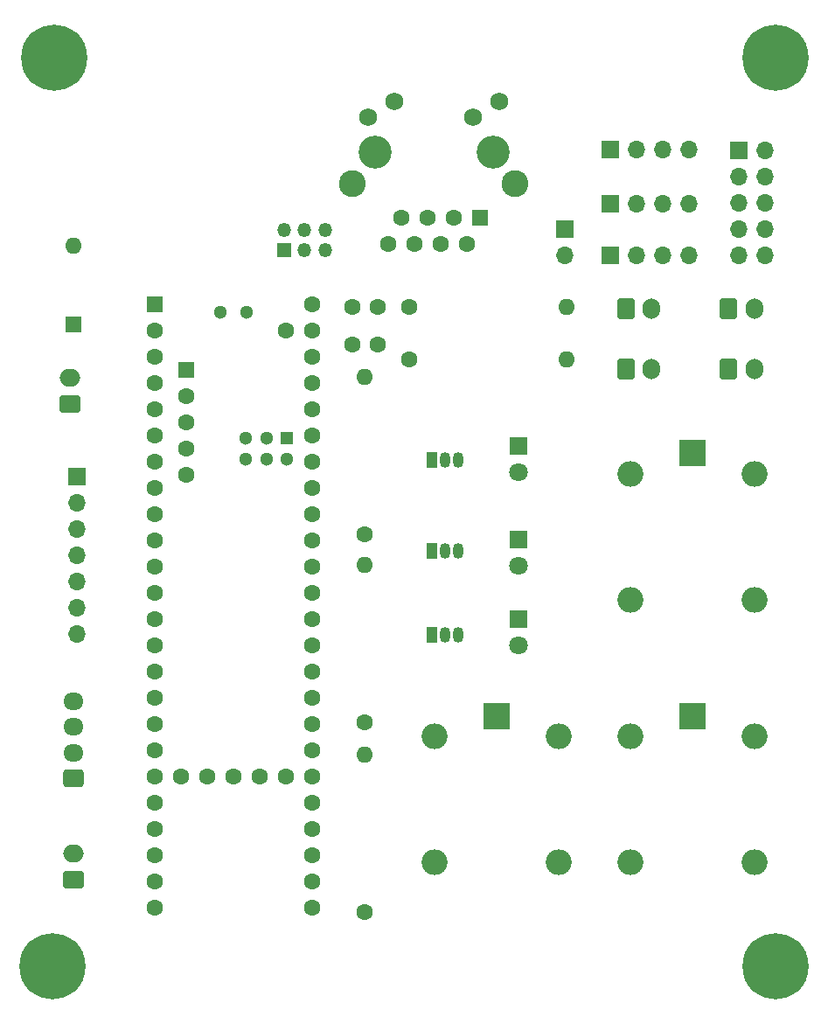
<source format=gts>
%TF.GenerationSoftware,KiCad,Pcbnew,8.0.1*%
%TF.CreationDate,2024-11-17T22:04:51-05:00*%
%TF.ProjectId,Main_4layer,4d61696e-5f34-46c6-9179-65722e6b6963,0*%
%TF.SameCoordinates,Original*%
%TF.FileFunction,Soldermask,Top*%
%TF.FilePolarity,Negative*%
%FSLAX46Y46*%
G04 Gerber Fmt 4.6, Leading zero omitted, Abs format (unit mm)*
G04 Created by KiCad (PCBNEW 8.0.1) date 2024-11-17 22:04:51*
%MOMM*%
%LPD*%
G01*
G04 APERTURE LIST*
G04 Aperture macros list*
%AMRoundRect*
0 Rectangle with rounded corners*
0 $1 Rounding radius*
0 $2 $3 $4 $5 $6 $7 $8 $9 X,Y pos of 4 corners*
0 Add a 4 corners polygon primitive as box body*
4,1,4,$2,$3,$4,$5,$6,$7,$8,$9,$2,$3,0*
0 Add four circle primitives for the rounded corners*
1,1,$1+$1,$2,$3*
1,1,$1+$1,$4,$5*
1,1,$1+$1,$6,$7*
1,1,$1+$1,$8,$9*
0 Add four rect primitives between the rounded corners*
20,1,$1+$1,$2,$3,$4,$5,0*
20,1,$1+$1,$4,$5,$6,$7,0*
20,1,$1+$1,$6,$7,$8,$9,0*
20,1,$1+$1,$8,$9,$2,$3,0*%
G04 Aperture macros list end*
%ADD10C,1.600000*%
%ADD11O,1.600000X1.600000*%
%ADD12R,1.700000X1.700000*%
%ADD13O,1.700000X1.700000*%
%ADD14C,6.400000*%
%ADD15RoundRect,0.250000X-0.600000X-0.750000X0.600000X-0.750000X0.600000X0.750000X-0.600000X0.750000X0*%
%ADD16O,1.700000X2.000000*%
%ADD17R,2.500000X2.500000*%
%ADD18O,2.500000X2.500000*%
%ADD19C,3.200000*%
%ADD20RoundRect,0.102000X-0.699000X-0.699000X0.699000X-0.699000X0.699000X0.699000X-0.699000X0.699000X0*%
%ADD21C,1.602000*%
%ADD22C,1.734000*%
%ADD23C,2.604000*%
%ADD24R,1.600000X1.600000*%
%ADD25R,1.300000X1.300000*%
%ADD26C,1.300000*%
%ADD27R,1.050000X1.500000*%
%ADD28O,1.050000X1.500000*%
%ADD29RoundRect,0.250000X0.725000X-0.600000X0.725000X0.600000X-0.725000X0.600000X-0.725000X-0.600000X0*%
%ADD30O,1.950000X1.700000*%
%ADD31RoundRect,0.250000X0.750000X-0.600000X0.750000X0.600000X-0.750000X0.600000X-0.750000X-0.600000X0*%
%ADD32O,2.000000X1.700000*%
%ADD33R,1.350000X1.350000*%
%ADD34O,1.350000X1.350000*%
%ADD35R,1.800000X1.800000*%
%ADD36C,1.800000*%
G04 APERTURE END LIST*
D10*
X148040000Y-114520000D03*
D11*
X148040000Y-99280000D03*
D12*
X171820000Y-59050000D03*
D13*
X174360000Y-59050000D03*
X176900000Y-59050000D03*
X179440000Y-59050000D03*
D14*
X117920000Y-50170000D03*
D12*
X184265000Y-59160000D03*
D13*
X186805000Y-59160000D03*
X184265000Y-61700000D03*
X186805000Y-61700000D03*
X184265000Y-64240000D03*
X186805000Y-64240000D03*
X184265000Y-66780000D03*
X186805000Y-66780000D03*
X184265000Y-69320000D03*
X186805000Y-69320000D03*
D15*
X173290000Y-74450000D03*
D16*
X175790000Y-74450000D03*
D17*
X160790000Y-113900000D03*
D18*
X154790000Y-115900000D03*
X154790000Y-128100000D03*
X166790000Y-128100000D03*
X166790000Y-115900000D03*
D10*
X149290000Y-77975000D03*
X146790000Y-77975000D03*
X152370000Y-74300000D03*
D11*
X167610000Y-74300000D03*
D19*
X148990000Y-59300000D03*
X160420000Y-59300000D03*
D20*
X159150000Y-65650000D03*
D21*
X157880000Y-68190000D03*
X156610000Y-65650000D03*
X155340000Y-68190000D03*
X154070000Y-65650000D03*
X152800000Y-68190000D03*
X151530000Y-65650000D03*
X150260000Y-68190000D03*
D22*
X161030000Y-54400000D03*
X158515000Y-55920000D03*
X150895000Y-54400000D03*
X148380000Y-55920000D03*
D23*
X146830000Y-62350000D03*
X162580000Y-62350000D03*
D12*
X167440000Y-66760000D03*
D13*
X167440000Y-69300000D03*
D10*
X152370000Y-79400000D03*
D11*
X167610000Y-79400000D03*
D12*
X171820000Y-69310000D03*
D13*
X174360000Y-69310000D03*
X176900000Y-69310000D03*
X179440000Y-69310000D03*
D14*
X187820000Y-50170000D03*
D24*
X127720000Y-74070000D03*
D10*
X127720000Y-76610000D03*
X127720000Y-79150000D03*
X127720000Y-81690000D03*
X127720000Y-84230000D03*
X127720000Y-86770000D03*
X127720000Y-89310000D03*
X127720000Y-91850000D03*
X127720000Y-94390000D03*
X127720000Y-96930000D03*
X127720000Y-99470000D03*
X127720000Y-102010000D03*
X127720000Y-104550000D03*
X127720000Y-107090000D03*
X127720000Y-109630000D03*
X127720000Y-112170000D03*
X127720000Y-114710000D03*
X127720000Y-117250000D03*
X127720000Y-119790000D03*
X127720000Y-122330000D03*
X127720000Y-124870000D03*
X127720000Y-127410000D03*
X127720000Y-129950000D03*
X127720000Y-132490000D03*
X142960000Y-132490000D03*
X142960000Y-129950000D03*
X142960000Y-127410000D03*
X142960000Y-124870000D03*
X142960000Y-122330000D03*
X142960000Y-119790000D03*
X142960000Y-117250000D03*
X142960000Y-114710000D03*
X142960000Y-112170000D03*
X142960000Y-109630000D03*
X142960000Y-107090000D03*
X142960000Y-104550000D03*
X142960000Y-102010000D03*
X142960000Y-99470000D03*
X142960000Y-96930000D03*
X142960000Y-94390000D03*
X142960000Y-91850000D03*
X142960000Y-89310000D03*
X142960000Y-86770000D03*
X142960000Y-84230000D03*
X142960000Y-81690000D03*
X142960000Y-79150000D03*
X142960000Y-76610000D03*
X142960000Y-74070000D03*
X140420000Y-76610000D03*
X130260000Y-119790000D03*
X132800000Y-119790000D03*
X135340000Y-119790000D03*
X137880000Y-119790000D03*
X140420000Y-119790000D03*
D24*
X130770800Y-80369200D03*
D10*
X130770800Y-82909200D03*
X130770800Y-85449200D03*
X130770800Y-87989200D03*
X130770800Y-90529200D03*
D25*
X140521600Y-87040000D03*
D26*
X138521600Y-87040000D03*
X136521600Y-87040000D03*
X136521600Y-89040000D03*
X138521600Y-89040000D03*
X140521600Y-89040000D03*
X136610000Y-74800000D03*
X134070000Y-74800000D03*
D14*
X187820000Y-138170000D03*
D12*
X120130000Y-90720000D03*
D13*
X120130000Y-93260000D03*
X120130000Y-95800000D03*
X120130000Y-98340000D03*
X120130000Y-100880000D03*
X120130000Y-103420000D03*
X120130000Y-105960000D03*
D24*
X119820000Y-75970000D03*
D11*
X119820000Y-68350000D03*
D27*
X154547426Y-106068371D03*
D28*
X155817426Y-106068371D03*
X157087426Y-106068371D03*
D29*
X119790000Y-119960000D03*
D30*
X119790000Y-117460000D03*
X119790000Y-114960000D03*
X119790000Y-112460000D03*
D27*
X154547426Y-97908371D03*
D28*
X155817426Y-97908371D03*
X157087426Y-97908371D03*
D10*
X148040000Y-96320000D03*
D11*
X148040000Y-81080000D03*
D31*
X119790000Y-129750000D03*
D32*
X119790000Y-127250000D03*
D31*
X119520000Y-83670000D03*
D32*
X119520000Y-81170000D03*
D14*
X117820000Y-138170000D03*
D10*
X149290000Y-74275000D03*
X146790000Y-74275000D03*
D15*
X173290000Y-80325000D03*
D16*
X175790000Y-80325000D03*
D17*
X179790000Y-88472500D03*
D18*
X173790000Y-90472500D03*
X173790000Y-102672500D03*
X185790000Y-102672500D03*
X185790000Y-90472500D03*
D33*
X140190000Y-68820000D03*
D34*
X140190000Y-66820000D03*
X142190000Y-68820000D03*
X142190000Y-66820000D03*
X144190000Y-68820000D03*
X144190000Y-66820000D03*
D35*
X162887426Y-96833371D03*
D36*
X162887426Y-99373371D03*
D15*
X183240000Y-74450000D03*
D16*
X185740000Y-74450000D03*
D15*
X183240000Y-80325000D03*
D16*
X185740000Y-80325000D03*
D12*
X171820000Y-64325000D03*
D13*
X174360000Y-64325000D03*
X176900000Y-64325000D03*
X179440000Y-64325000D03*
D35*
X162887426Y-87768371D03*
D36*
X162887426Y-90308371D03*
D17*
X179790000Y-113900000D03*
D18*
X173790000Y-115900000D03*
X173790000Y-128100000D03*
X185790000Y-128100000D03*
X185790000Y-115900000D03*
D10*
X148040000Y-132920000D03*
D11*
X148040000Y-117680000D03*
D35*
X162887426Y-104508371D03*
D36*
X162887426Y-107048371D03*
D27*
X154547426Y-89108371D03*
D28*
X155817426Y-89108371D03*
X157087426Y-89108371D03*
M02*

</source>
